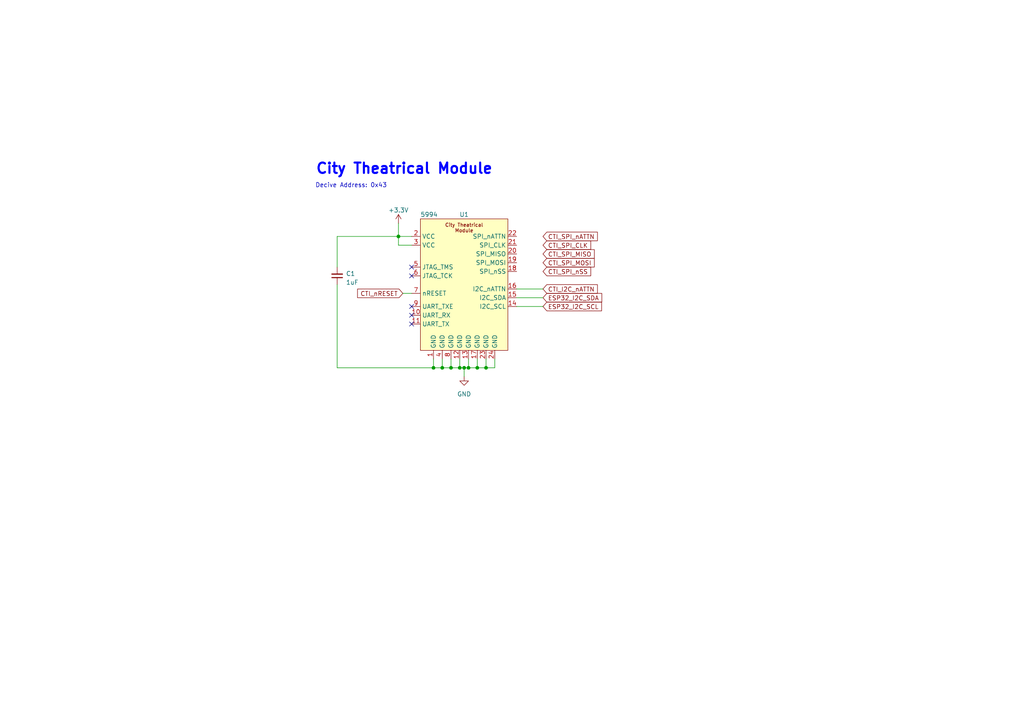
<source format=kicad_sch>
(kicad_sch (version 20230121) (generator eeschema)
  (paper "A4")
  (lib_symbols
    (symbol "CityTheatrical:City_Theatrical_Module"
      (property "Reference" "U" (at 0 0 0))
      (symbol "City_Theatrical_Module_1_1"
        (rectangle (start -12.7 -1.27) (end 12.7 -39.37) (fill (type background)))
        (text "City Theatrical\nModule" (at 0 -3.81 0) (effects (font (size 1 1))))
        (pin input line (at -8.89 -41.91 90) (length 2.54) (name "GND") (number "1"))
        (pin input line (at -15.24 -29.21 0) (length 2.54) (name "UART_RX") (number "10"))
        (pin output line (at -15.24 -31.75 0) (length 2.54) (name "UART_TX") (number "11"))
        (pin input line (at -1.27 -41.91 90) (length 2.54) (name "GND") (number "12"))
        (pin input line (at 1.27 -41.91 90) (length 2.54) (name "GND") (number "13"))
        (pin input line (at 15.24 -26.67 180) (length 2.54) (name "I2C_SCL") (number "14"))
        (pin bidirectional line (at 15.24 -24.13 180) (length 2.54) (name "I2C_SDA") (number "15"))
        (pin output line (at 15.24 -21.59 180) (length 2.54) (name "I2C_nATTN") (number "16"))
        (pin input line (at 3.81 -41.91 90) (length 2.54) (name "GND") (number "17"))
        (pin input line (at 15.24 -16.51 180) (length 2.54) (name "SPI_nSS") (number "18"))
        (pin input line (at 15.24 -13.97 180) (length 2.54) (name "SPI_MOSI") (number "19"))
        (pin power_in line (at -15.24 -6.35 0) (length 2.54) (name "VCC") (number "2"))
        (pin output line (at 15.24 -11.43 180) (length 2.54) (name "SPI_MISO") (number "20"))
        (pin input line (at 15.24 -8.89 180) (length 2.54) (name "SPI_CLK") (number "21"))
        (pin output line (at 15.24 -6.35 180) (length 2.54) (name "SPI_nATTN") (number "22"))
        (pin input line (at 6.35 -41.91 90) (length 2.54) (name "GND") (number "23"))
        (pin input line (at 8.89 -41.91 90) (length 2.54) (name "GND") (number "24"))
        (pin power_in line (at -15.24 -8.89 0) (length 2.54) (name "VCC") (number "3"))
        (pin input line (at -6.35 -41.91 90) (length 2.54) (name "GND") (number "4"))
        (pin bidirectional line (at -15.24 -15.24 0) (length 2.54) (name "JTAG_TMS") (number "5"))
        (pin input line (at -15.24 -17.78 0) (length 2.54) (name "JTAG_TCK") (number "6"))
        (pin input line (at -15.24 -22.86 0) (length 2.54) (name "nRESET") (number "7"))
        (pin input line (at -3.81 -41.91 90) (length 2.54) (name "GND") (number "8"))
        (pin output line (at -15.24 -26.67 0) (length 2.54) (name "UART_TXE") (number "9"))
      )
    )
    (symbol "Device:C_Small" (pin_numbers hide) (pin_names (offset 0.254) hide)
      (property "Reference" "C" (at 0.254 1.778 0))
      (property "Value" "C_Small" (at 0.254 -2.032 0))
      (symbol "C_Small_0_1"
        (polyline (pts (xy -1.524 -0.508) (xy 1.524 -0.508)) (stroke (width 0.3302)))
        (polyline (pts (xy -1.524 0.508) (xy 1.524 0.508)) (stroke (width 0.3048)))
      )
      (symbol "C_Small_1_1"
        (pin passive line (at 0 2.54 270) (length 2.032) (name "~") (number "1"))
        (pin passive line (at 0 -2.54 90) (length 2.032) (name "~") (number "2"))
      )
    )
    (symbol "power:+3.3V" (power) (pin_names (offset 0))
      (property "Value" "+3.3V" (at 0 3.556 0))
      (symbol "+3.3V_0_1"
        (polyline (pts (xy -0.762 1.27) (xy 0 2.54)))
        (polyline (pts (xy 0 0) (xy 0 2.54)))
        (polyline (pts (xy 0 2.54) (xy 0.762 1.27)))
      )
      (symbol "+3.3V_1_1"
        (pin power_in line (at 0 0 90) (length 0) hide (name "+3.3V") (number "1"))
      )
    )
    (symbol "power:GND" (power) (pin_names (offset 0))
      (property "Value" "GND" (at 0 -3.81 0))
      (symbol "GND_0_1"
        (polyline (pts (xy 0 0) (xy 0 -1.27) (xy 1.27 -1.27) (xy 0 -2.54) (xy -1.27 -1.27) (xy 0 -1.27)))
      )
      (symbol "GND_1_1"
        (pin power_in line (at 0 0 270) (length 0) hide (name "GND") (number "1"))
      )
    )
  )
  (junction (at 125.73 106.68))
  (junction (at 130.81 106.68))
  (junction (at 128.27 106.68))
  (junction (at 134.62 106.68))
  (junction (at 115.57 68.58))
  (junction (at 138.43 106.68))
  (junction (at 140.97 106.68))
  (junction (at 133.35 106.68))
  (junction (at 135.89 106.68))
  (no_connect (at 119.38 80.01))
  (no_connect (at 119.38 93.98))
  (no_connect (at 119.38 88.9))
  (no_connect (at 119.38 77.47))
  (no_connect (at 119.38 91.44))
  (wire (pts (xy 130.81 104.14) (xy 130.81 106.68)))
  (wire (pts (xy 115.57 64.77) (xy 115.57 68.58)))
  (wire (pts (xy 97.79 68.58) (xy 115.57 68.58)))
  (wire (pts (xy 138.43 106.68) (xy 135.89 106.68)))
  (wire (pts (xy 134.62 106.68) (xy 133.35 106.68)))
  (wire (pts (xy 128.27 104.14) (xy 128.27 106.68)))
  (wire (pts (xy 130.81 106.68) (xy 133.35 106.68)))
  (wire (pts (xy 135.89 106.68) (xy 134.62 106.68)))
  (wire (pts (xy 133.35 104.14) (xy 133.35 106.68)))
  (wire (pts (xy 97.79 106.68) (xy 125.73 106.68)))
  (wire (pts (xy 138.43 104.14) (xy 138.43 106.68)))
  (wire (pts (xy 97.79 77.47) (xy 97.79 68.58)))
  (wire (pts (xy 135.89 104.14) (xy 135.89 106.68)))
  (wire (pts (xy 97.79 82.55) (xy 97.79 106.68)))
  (wire (pts (xy 116.84 85.09) (xy 119.38 85.09)))
  (wire (pts (xy 119.38 68.58) (xy 115.57 68.58)))
  (wire (pts (xy 143.51 104.14) (xy 143.51 106.68)))
  (wire (pts (xy 149.86 88.9) (xy 157.48 88.9)))
  (wire (pts (xy 134.62 106.68) (xy 134.62 109.22)))
  (wire (pts (xy 140.97 106.68) (xy 138.43 106.68)))
  (wire (pts (xy 143.51 106.68) (xy 140.97 106.68)))
  (wire (pts (xy 128.27 106.68) (xy 130.81 106.68)))
  (wire (pts (xy 119.38 71.12) (xy 115.57 71.12)))
  (wire (pts (xy 140.97 104.14) (xy 140.97 106.68)))
  (wire (pts (xy 115.57 68.58) (xy 115.57 71.12)))
  (wire (pts (xy 149.86 86.36) (xy 157.48 86.36)))
  (wire (pts (xy 125.73 104.14) (xy 125.73 106.68)))
  (wire (pts (xy 149.86 83.82) (xy 157.48 83.82)))
  (wire (pts (xy 125.73 106.68) (xy 128.27 106.68)))
  (text "City Theatrical Module" (at 91.44 50.8 0) (effects (font (size 3 3) bold) (justify left bottom)))
  (text "Decive Address: 0x43" (at 91.44 54.61 0) (effects (font (size 1.27 1.27)) (justify left bottom)))
  (global_label "CTI_SPI_MOSI" (shape input) (at 157.48 76.2 0) (property "Intersheetrefs" "${INTERSHEET_REFS}" (effects hide)))
  (global_label "ESP32_I2C_SDA" (shape input) (at 157.48 86.36 0) (property "Intersheetrefs" "${INTERSHEET_REFS}" (effects hide)))
  (global_label "CTI_SPI_nATTN" (shape input) (at 157.48 68.58 0) (property "Intersheetrefs" "${INTERSHEET_REFS}" (effects hide)))
  (global_label "ESP32_I2C_SCL" (shape input) (at 157.48 88.9 0) (property "Intersheetrefs" "${INTERSHEET_REFS}" (effects hide)))
  (global_label "CTI_I2C_nATTN" (shape input) (at 157.48 83.82 0) (property "Intersheetrefs" "${INTERSHEET_REFS}" (effects hide)))
  (global_label "CTI_nRESET" (shape input) (at 116.84 85.09 180) (property "Intersheetrefs" "${INTERSHEET_REFS}" (effects hide)))
  (global_label "CTI_SPI_CLK" (shape input) (at 157.48 71.12 0) (property "Intersheetrefs" "${INTERSHEET_REFS}" (effects hide)))
  (global_label "CTI_SPI_MISO" (shape input) (at 157.48 73.66 0) (property "Intersheetrefs" "${INTERSHEET_REFS}" (effects hide)))
  (global_label "CTI_SPI_nSS" (shape input) (at 157.48 78.74 0) (property "Intersheetrefs" "${INTERSHEET_REFS}" (effects hide)))
  (symbol (lib_id "power:+3.3V") (at 115.57 64.77 0) (unit 1)
    (property "Reference" "#PWR01" (effects hide))
    (property "Value" "+3.3V" (at 115.57 60.96 0))
    (instances (project "BTTF-Plutonium" (path "" (reference "#PWR01") (unit 1))) (project "lightsaber" (path "" (reference "#PWR028") (unit 1))) (project "CTI_ESP32" (path "" (reference "#PWR03") (unit 1))))
  )
  (symbol (lib_id "CityTheatrical:City_Theatrical_Module") (at 134.62 62.23 0) (unit 1) (in_bom no)
    (property "Reference" "U1" (at 134.62 62.23 0))
    (property "Value" "5994" (at 124.46 62.23 0))
    (property "Footprint" "CityTheatrical:Module 5994" (effects hide))
    (instances (project "BTTF-Plutonium" (path "" (reference "U1") (unit 1))) (project "lightsaber" (path "" (reference "U5") (unit 1))) (project "CTI_ESP32" (path "" (reference "U1") (unit 1))))
  )
  (symbol (lib_id "power:GND") (at 134.62 109.22 0) (unit 1)
    (property "Reference" "#PWR02" (effects hide))
    (property "Value" "GND" (at 134.62 114.3 0))
    (instances (project "BTTF-Plutonium" (path "" (reference "#PWR02") (unit 1))) (project "lightsaber" (path "" (reference "#PWR034") (unit 1))) (project "CTI_ESP32" (path "" (reference "#PWR09") (unit 1))))
  )
  (symbol (lib_id "Device:C_Small") (at 97.79 80.01 180) (unit 1) (in_bom no)
    (property "Reference" "C1" (at 100.33 79.3686 0) (effects (justify right)))
    (property "Value" "1uF" (at 100.33 81.9086 0) (effects (justify right)))
    (property "Footprint" "Capacitor_THT:C_Disc_D3.8mm_W2.6mm_P2.50mm" (effects hide))
    (property "LCSC" "C52923" (effects hide))
    (instances (project "BTTF-Plutonium" (path "" (reference "C1") (unit 1))) (project "lightsaber" (path "" (reference "C18") (unit 1))) (project "CTI_ESP32" (path "" (reference "C4") (unit 1))))
  )
)
</source>
